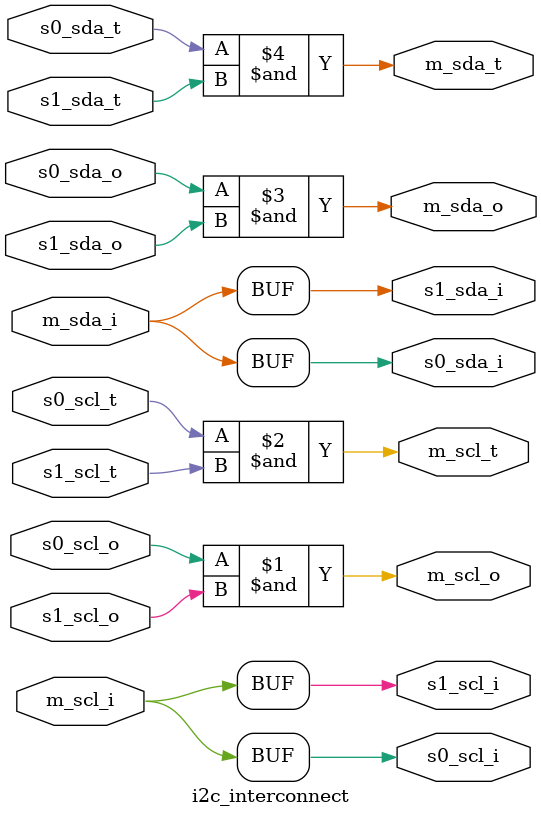
<source format=v>
module i2c_interconnect(	// file.cleaned.mlir:2:3
  input  s0_scl_o,	// file.cleaned.mlir:2:34
         s0_scl_t,	// file.cleaned.mlir:2:53
         s0_sda_o,	// file.cleaned.mlir:2:72
         s0_sda_t,	// file.cleaned.mlir:2:91
         s1_scl_o,	// file.cleaned.mlir:2:110
         s1_scl_t,	// file.cleaned.mlir:2:129
         s1_sda_o,	// file.cleaned.mlir:2:148
         s1_sda_t,	// file.cleaned.mlir:2:167
         m_scl_i,	// file.cleaned.mlir:2:186
         m_sda_i,	// file.cleaned.mlir:2:204
  output s0_scl_i,	// file.cleaned.mlir:2:223
         s0_sda_i,	// file.cleaned.mlir:2:242
         s1_scl_i,	// file.cleaned.mlir:2:261
         s1_sda_i,	// file.cleaned.mlir:2:280
         m_scl_o,	// file.cleaned.mlir:2:299
         m_scl_t,	// file.cleaned.mlir:2:317
         m_sda_o,	// file.cleaned.mlir:2:335
         m_sda_t	// file.cleaned.mlir:2:353
);

  assign s0_scl_i = m_scl_i;	// file.cleaned.mlir:7:5
  assign s0_sda_i = m_sda_i;	// file.cleaned.mlir:7:5
  assign s1_scl_i = m_scl_i;	// file.cleaned.mlir:7:5
  assign s1_sda_i = m_sda_i;	// file.cleaned.mlir:7:5
  assign m_scl_o = s0_scl_o & s1_scl_o;	// file.cleaned.mlir:3:10, :7:5
  assign m_scl_t = s0_scl_t & s1_scl_t;	// file.cleaned.mlir:4:10, :7:5
  assign m_sda_o = s0_sda_o & s1_sda_o;	// file.cleaned.mlir:5:10, :7:5
  assign m_sda_t = s0_sda_t & s1_sda_t;	// file.cleaned.mlir:6:10, :7:5
endmodule


</source>
